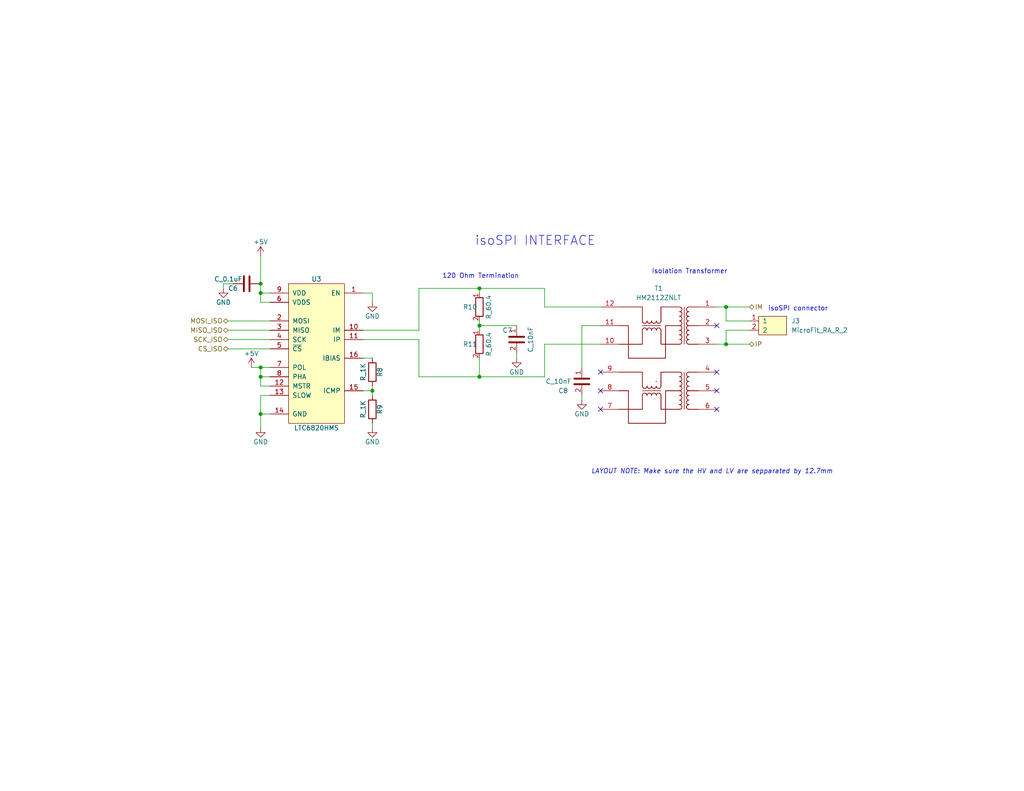
<source format=kicad_sch>
(kicad_sch (version 20211123) (generator eeschema)
  (paper "A")
  (title_block (title "BMS Core | isoSPI Interface") (date "2022-12-03") (rev "0") (company "Olin Electric Motorsports") (comment 1 "Melissa Kazazic"))
  (lib_symbols
    (symbol "formula:C_0.1uF" (pin_numbers hide) (pin_names (offset 0.254))
      (property "Reference" "C" (at 0.635 2.54 0))
      (property "Value" "C_0.1uF" (at 0.635 -2.54 0))
      (symbol "C_0.1uF_0_1"
        (polyline (pts (xy -2.032 -0.762) (xy 2.032 -0.762)) (stroke (width 0.508)))
        (polyline (pts (xy -2.032 0.762) (xy 2.032 0.762)) (stroke (width 0.508)))
      )
      (symbol "C_0.1uF_1_1"
        (pin passive line (at 0 3.81 270) (length 2.794) (name "~") (number "1"))
        (pin passive line (at 0 -3.81 90) (length 2.794) (name "~") (number "2"))
      )
    )
    (symbol "formula:C_10nF" (pin_names (offset 1.016))
      (property "Reference" "C" (at -2.54 2.54 0))
      (property "Value" "C_10nF" (at 3.81 0 90))
      (symbol "C_10nF_0_1"
        (polyline (pts (xy -2.032 -0.762) (xy 2.032 -0.762)) (stroke (width 0.508)))
        (polyline (pts (xy -2.032 0.762) (xy 2.032 0.762)) (stroke (width 0.508)))
      )
      (symbol "C_10nF_1_1"
        (pin passive line (at 0 3.81 270) (length 2.794) (name "~") (number "1"))
        (pin passive line (at 0 -3.81 90) (length 2.794) (name "~") (number "2"))
      )
    )
    (symbol "formula:HM2112ZNLT" (pin_names (offset 0.762))
      (property "Reference" "T" (at -5.08 27.94 0))
      (property "Value" "HM2112ZNLT" (at -5.08 25.4 0))
      (symbol "HM2112ZNLT_0_0"
        (pin passive line (at -17.78 21.59 0) (length 5.08) (name "") (number "1"))
        (pin passive line (at 13.97 11.43 180) (length 5.08) (name "") (number "10"))
        (pin passive line (at 13.97 16.51 180) (length 5.08) (name "") (number "11"))
        (pin passive line (at 13.97 21.59 180) (length 5.08) (name "") (number "12"))
        (pin passive line (at -17.78 16.51 0) (length 5.08) (name "") (number "2"))
        (pin passive line (at -17.78 11.43 0) (length 5.08) (name "") (number "3"))
        (pin passive line (at -17.78 3.81 0) (length 5.08) (name "") (number "4"))
        (pin passive line (at -17.78 -1.27 0) (length 5.08) (name "") (number "5"))
        (pin passive line (at -17.78 -6.35 0) (length 5.08) (name "") (number "6"))
        (pin passive line (at 13.97 -6.35 180) (length 5.08) (name "") (number "7"))
        (pin passive line (at 13.97 -1.27 180) (length 5.08) (name "") (number "8"))
        (pin passive line (at 13.97 3.81 180) (length 5.08) (name "") (number "9"))
      )
      (symbol "HM2112ZNLT_0_1"
        (arc (start -10.16 -6.35) (mid -9.525 -5.715) (end -10.16 -5.08))
        (arc (start -10.16 -6.35) (mid -9.525 -5.715) (end -10.16 -5.08))
        (arc (start -10.16 -5.08) (mid -9.525 -4.445) (end -10.16 -3.81))
        (arc (start -10.16 -5.08) (mid -9.525 -4.445) (end -10.16 -3.81))
        (arc (start -10.16 -3.81) (mid -9.525 -3.175) (end -10.16 -2.54))
        (arc (start -10.16 -3.81) (mid -9.525 -3.175) (end -10.16 -2.54))
        (arc (start -10.16 -2.54) (mid -9.525 -1.905) (end -10.16 -1.27))
        (arc (start -10.16 -2.54) (mid -9.525 -1.905) (end -10.16 -1.27))
        (arc (start -10.16 -1.27) (mid -9.525 -0.635) (end -10.16 0))
        (arc (start -10.16 -1.27) (mid -9.525 -0.635) (end -10.16 0))
        (arc (start -10.16 0) (mid -9.525 0.635) (end -10.16 1.27))
        (arc (start -10.16 0) (mid -9.525 0.635) (end -10.16 1.27))
        (arc (start -10.16 1.27) (mid -9.525 1.905) (end -10.16 2.54))
        (arc (start -10.16 1.27) (mid -9.525 1.905) (end -10.16 2.54))
        (arc (start -10.16 2.54) (mid -9.525 3.175) (end -10.16 3.81))
        (arc (start -10.16 2.54) (mid -9.525 3.175) (end -10.16 3.81))
        (arc (start -10.16 11.43) (mid -9.525 12.065) (end -10.16 12.7))
        (arc (start -10.16 11.43) (mid -9.525 12.065) (end -10.16 12.7))
        (arc (start -10.16 12.7) (mid -9.525 13.335) (end -10.16 13.97))
        (arc (start -10.16 12.7) (mid -9.525 13.335) (end -10.16 13.97))
        (arc (start -10.16 13.97) (mid -9.525 14.605) (end -10.16 15.24))
        (arc (start -10.16 13.97) (mid -9.525 14.605) (end -10.16 15.24))
        (arc (start -10.16 15.24) (mid -9.525 15.875) (end -10.16 16.51))
        (arc (start -10.16 15.24) (mid -9.525 15.875) (end -10.16 16.51))
        (arc (start -10.16 16.51) (mid -9.525 17.145) (end -10.16 17.78))
        (arc (start -10.16 16.51) (mid -9.525 17.145) (end -10.16 17.78))
        (arc (start -10.16 17.78) (mid -9.525 18.415) (end -10.16 19.05))
        (arc (start -10.16 17.78) (mid -9.525 18.415) (end -10.16 19.05))
        (arc (start -10.16 19.05) (mid -9.525 19.685) (end -10.16 20.32))
        (arc (start -10.16 19.05) (mid -9.525 19.685) (end -10.16 20.32))
        (arc (start -10.16 20.32) (mid -9.525 20.955) (end -10.16 21.59))
        (arc (start -10.16 20.32) (mid -9.525 20.955) (end -10.16 21.59))
        (arc (start -7.62 -5.08) (mid -8.255 -5.715) (end -7.62 -6.35))
        (arc (start -7.62 -5.08) (mid -8.255 -5.715) (end -7.62 -6.35))
        (arc (start -7.62 -3.81) (mid -8.255 -4.445) (end -7.62 -5.08))
        (arc (start -7.62 -3.81) (mid -8.255 -4.445) (end -7.62 -5.08))
        (arc (start -7.62 -2.54) (mid -8.255 -3.175) (end -7.62 -3.81))
        (arc (start -7.62 -2.54) (mid -8.255 -3.175) (end -7.62 -3.81))
        (arc (start -7.62 -1.27) (mid -8.255 -1.905) (end -7.62 -2.54))
        (arc (start -7.62 -1.27) (mid -8.255 -1.905) (end -7.62 -2.54))
        (arc (start -7.62 0) (mid -8.255 -0.635) (end -7.62 -1.27))
        (arc (start -7.62 0) (mid -8.255 -0.635) (end -7.62 -1.27))
        (arc (start -7.62 1.27) (mid -8.255 0.635) (end -7.62 0))
        (arc (start -7.62 1.27) (mid -8.255 0.635) (end -7.62 0))
        (arc (start -7.62 2.54) (mid -8.255 1.905) (end -7.62 1.27))
        (arc (start -7.62 2.54) (mid -8.255 1.905) (end -7.62 1.27))
        (arc (start -7.62 3.81) (mid -8.255 3.175) (end -7.62 2.54))
        (arc (start -7.62 3.81) (mid -8.255 3.175) (end -7.62 2.54))
        (arc (start -7.62 12.7) (mid -8.255 12.065) (end -7.62 11.43))
        (arc (start -7.62 12.7) (mid -8.255 12.065) (end -7.62 11.43))
        (arc (start -7.62 13.97) (mid -8.255 13.335) (end -7.62 12.7))
        (arc (start -7.62 13.97) (mid -8.255 13.335) (end -7.62 12.7))
        (arc (start -7.62 15.24) (mid -8.255 14.605) (end -7.62 13.97))
        (arc (start -7.62 15.24) (mid -8.255 14.605) (end -7.62 13.97))
        (arc (start -7.62 16.51) (mid -8.255 15.875) (end -7.62 15.24))
        (arc (start -7.62 16.51) (mid -8.255 15.875) (end -7.62 15.24))
        (arc (start -7.62 17.78) (mid -8.255 17.145) (end -7.62 16.51))
        (arc (start -7.62 17.78) (mid -8.255 17.145) (end -7.62 16.51))
        (arc (start -7.62 19.05) (mid -8.255 18.415) (end -7.62 17.78))
        (arc (start -7.62 19.05) (mid -8.255 18.415) (end -7.62 17.78))
        (arc (start -7.62 20.32) (mid -8.255 19.685) (end -7.62 19.05))
        (arc (start -7.62 20.32) (mid -8.255 19.685) (end -7.62 19.05))
        (arc (start -7.62 21.59) (mid -8.255 20.955) (end -7.62 20.32))
        (arc (start -7.62 21.59) (mid -8.255 20.955) (end -7.62 20.32))
        (arc (start -2.54 0) (mid -1.905 -0.635) (end -1.27 0))
        (arc (start -2.54 0) (mid -1.905 -0.635) (end -1.27 0))
        (arc (start -2.54 17.78) (mid -1.905 17.145) (end -1.27 17.78))
        (arc (start -2.54 17.78) (mid -1.905 17.145) (end -1.27 17.78))
        (arc (start -1.27 -2.54) (mid -1.905 -1.905) (end -2.54 -2.54))
        (arc (start -1.27 -2.54) (mid -1.905 -1.905) (end -2.54 -2.54))
        (arc (start -1.27 0) (mid -0.635 -0.635) (end 0 0))
        (arc (start -1.27 0) (mid -0.635 -0.635) (end 0 0))
        (circle (center -1.27 1.27) (radius 0.0001))
        (arc (start -1.27 15.24) (mid -1.905 15.875) (end -2.54 15.24))
        (arc (start -1.27 15.24) (mid -1.905 15.875) (end -2.54 15.24))
        (arc (start -1.27 17.78) (mid -0.635 17.145) (end 0 17.78))
        (arc (start -1.27 17.78) (mid -0.635 17.145) (end 0 17.78))
        (arc (start 0 -2.54) (mid -0.635 -1.905) (end -1.27 -2.54))
        (arc (start 0 -2.54) (mid -0.635 -1.905) (end -1.27 -2.54))
        (polyline (pts (xy -10.16 -6.35) (xy -12.7 -6.35)))
        (polyline (pts (xy -10.16 -6.35) (xy -12.7 -6.35)))
        (polyline (pts (xy -10.16 -1.27) (xy -12.7 -1.27)))
        (polyline (pts (xy -10.16 -1.27) (xy -12.7 -1.27)))
        (polyline (pts (xy -10.16 3.81) (xy -12.7 3.81)))
        (polyline (pts (xy -10.16 3.81) (xy -12.7 3.81)))
        (polyline (pts (xy -10.16 11.43) (xy -12.7 11.43)))
        (polyline (pts (xy -10.16 11.43) (xy -12.7 11.43)))
        (polyline (pts (xy -10.16 16.51) (xy -12.7 16.51)))
        (polyline (pts (xy -10.16 16.51) (xy -12.7 16.51)))
        (polyline (pts (xy -10.16 21.59) (xy -12.7 21.59)))
        (polyline (pts (xy -10.16 21.59) (xy -12.7 21.59)))
        (polyline (pts (xy -8.89 3.81) (xy -8.89 -6.35)))
        (polyline (pts (xy -8.89 21.59) (xy -8.89 11.43)))
        (polyline (pts (xy -2.54 -1.27) (xy 2.54 -1.27)))
        (polyline (pts (xy -2.54 1.27) (xy -2.54 0)))
        (polyline (pts (xy -2.54 1.27) (xy -2.54 0)))
        (polyline (pts (xy -2.54 16.51) (xy 2.54 16.51)))
        (polyline (pts (xy -2.54 19.05) (xy -2.54 17.78)))
        (polyline (pts (xy -2.54 19.05) (xy -2.54 17.78)))
        (polyline (pts (xy -7.62 -6.35) (xy -2.54 -6.35) (xy -2.54 -2.54)))
        (polyline (pts (xy -7.62 -6.35) (xy -2.54 -6.35) (xy -2.54 -2.54)))
        (polyline (pts (xy -7.62 3.81) (xy -2.54 3.81) (xy -2.54 1.27)))
        (polyline (pts (xy -7.62 3.81) (xy -2.54 3.81) (xy -2.54 1.27)))
        (polyline (pts (xy -7.62 11.43) (xy -2.54 11.43) (xy -2.54 15.24)))
        (polyline (pts (xy -7.62 11.43) (xy -2.54 11.43) (xy -2.54 15.24)))
        (polyline (pts (xy -7.62 21.59) (xy -2.54 21.59) (xy -2.54 19.05)))
        (polyline (pts (xy -7.62 21.59) (xy -2.54 21.59) (xy -2.54 19.05)))
        (polyline (pts (xy 2.54 -2.54) (xy 2.54 -6.35) (xy 8.89 -6.35)))
        (polyline (pts (xy 2.54 -2.54) (xy 2.54 -6.35) (xy 8.89 -6.35)))
        (polyline (pts (xy 2.54 0) (xy 2.54 3.81) (xy 8.89 3.81)))
        (polyline (pts (xy 2.54 0) (xy 2.54 3.81) (xy 8.89 3.81)))
        (polyline (pts (xy 2.54 15.24) (xy 2.54 11.43) (xy 8.89 11.43)))
        (polyline (pts (xy 2.54 15.24) (xy 2.54 11.43) (xy 8.89 11.43)))
        (polyline (pts (xy 2.54 17.78) (xy 2.54 21.59) (xy 8.89 21.59)))
        (polyline (pts (xy 2.54 17.78) (xy 2.54 21.59) (xy 8.89 21.59)))
        (polyline (pts (xy -7.62 -1.27) (xy -3.81 -1.27) (xy -3.81 -10.16) (xy 6.35 -10.16) (xy 6.35 -1.27) (xy 8.89 -1.27)))
        (polyline (pts (xy -7.62 -1.27) (xy -3.81 -1.27) (xy -3.81 -10.16) (xy 6.35 -10.16) (xy 6.35 -1.27) (xy 8.89 -1.27)))
        (polyline (pts (xy -7.62 16.51) (xy -3.81 16.51) (xy -3.81 7.62) (xy 6.35 7.62) (xy 6.35 16.51) (xy 8.89 16.51)))
        (polyline (pts (xy -7.62 16.51) (xy -3.81 16.51) (xy -3.81 7.62) (xy 6.35 7.62) (xy 6.35 16.51) (xy 8.89 16.51)))
        (arc (start 0 0) (mid 0.635 -0.635) (end 1.27 0))
        (arc (start 0 0) (mid 0.635 -0.635) (end 1.27 0))
        (arc (start 0 15.24) (mid -0.635 15.875) (end -1.27 15.24))
        (arc (start 0 15.24) (mid -0.635 15.875) (end -1.27 15.24))
        (arc (start 0 17.78) (mid 0.635 17.145) (end 1.27 17.78))
        (arc (start 0 17.78) (mid 0.635 17.145) (end 1.27 17.78))
        (arc (start 1.27 -2.54) (mid 0.635 -1.905) (end 0 -2.54))
        (arc (start 1.27 -2.54) (mid 0.635 -1.905) (end 0 -2.54))
        (arc (start 1.27 0) (mid 1.905 -0.635) (end 2.54 0))
        (arc (start 1.27 0) (mid 1.905 -0.635) (end 2.54 0))
        (arc (start 1.27 15.24) (mid 0.635 15.875) (end 0 15.24))
        (arc (start 1.27 15.24) (mid 0.635 15.875) (end 0 15.24))
        (arc (start 1.27 17.78) (mid 1.905 17.145) (end 2.54 17.78))
        (arc (start 1.27 17.78) (mid 1.905 17.145) (end 2.54 17.78))
        (arc (start 2.54 -2.54) (mid 1.905 -1.905) (end 1.27 -2.54))
        (arc (start 2.54 -2.54) (mid 1.905 -1.905) (end 1.27 -2.54))
        (arc (start 2.54 15.24) (mid 1.905 15.875) (end 1.27 15.24))
        (arc (start 2.54 15.24) (mid 1.905 15.875) (end 1.27 15.24))
      )
    )
    (symbol "formula:LTC6820HMS" (pin_names (offset 1.016))
      (property "Reference" "U" (at 0 19.05 0))
      (property "Value" "LTC6820HMS" (at 0 -21.59 0))
      (property "MFN" "DK" (at 2.54 21.59 0))
      (property "MPN" "LTC6820HMS#TRPBFCT-ND" (at 5.08 24.13 0))
      (property "PurchasingLink" "https://www.digikey.com/product-detail/en/linear-technology-analog-devices/LTC6820HMS-TRPBF/LTC6820HMS-TRPBFCT-ND/8275338" (at 7.62 26.67 0))
      (symbol "LTC6820HMS_0_1"
        (rectangle (start 7.62 17.78) (end -7.62 -20.32) (fill (type background)))
      )
      (symbol "LTC6820HMS_1_1"
        (pin input line (at 12.7 15.24 180) (length 5.08) (name "EN") (number "1"))
        (pin input line (at 12.7 5.08 180) (length 5.08) (name "IM") (number "10"))
        (pin input line (at 12.7 2.54 180) (length 5.08) (name "IP") (number "11"))
        (pin input line (at -12.7 -10.16 0) (length 5.08) (name "MSTR") (number "12"))
        (pin input line (at -12.7 -12.7 0) (length 5.08) (name "SLOW") (number "13"))
        (pin input line (at -12.7 -17.78 0) (length 5.08) (name "GND") (number "14"))
        (pin input line (at 12.7 -11.43 180) (length 5.08) (name "ICMP") (number "15"))
        (pin input line (at 12.7 -2.54 180) (length 5.08) (name "IBIAS") (number "16"))
        (pin input line (at -12.7 7.62 0) (length 5.08) (name "MOSI") (number "2"))
        (pin input line (at -12.7 5.08 0) (length 5.08) (name "MISO") (number "3"))
        (pin input line (at -12.7 2.54 0) (length 5.08) (name "SCK") (number "4"))
        (pin input line (at -12.7 0 0) (length 5.08) (name "~{CS}") (number "5"))
        (pin input line (at -12.7 12.7 0) (length 5.08) (name "VDDS") (number "6"))
        (pin input line (at -12.7 -5.08 0) (length 5.08) (name "POL") (number "7"))
        (pin input line (at -12.7 -7.62 0) (length 5.08) (name "PHA") (number "8"))
        (pin input line (at -12.7 15.24 0) (length 5.08) (name "VDD") (number "9"))
      )
    )
    (symbol "formula:MicroFit_RA_R_2" (pin_names (offset 1.016))
      (property "Reference" "J" (at -2.54 1.27 0))
      (property "Value" "MicroFit_RA_R_2" (at 0 -3.81 0))
      (symbol "MicroFit_RA_R_2_1_1"
        (rectangle (start 3.81 -2.54) (end -3.81 2.54) (fill (type background)))
        (pin bidirectional line (at 6.35 1.27 180) (length 2.54) (name "1") (number "1"))
        (pin bidirectional line (at 6.35 -1.27 180) (length 2.54) (name "2") (number "2"))
      )
    )
    (symbol "formula:R_1K" (pin_numbers hide) (pin_names (offset 0))
      (property "Reference" "R" (at 2.032 0 90))
      (property "Value" "R_1K" (at -2.54 0 90))
      (symbol "R_1K_0_1"
        (rectangle (start -1.016 -2.54) (end 1.016 2.54) (stroke (width 0.254)))
      )
      (symbol "R_1K_1_1"
        (pin passive line (at 0 3.81 270) (length 1.27) (name "~") (number "1"))
        (pin passive line (at 0 -3.81 90) (length 1.27) (name "~") (number "2"))
      )
    )
    (symbol "formula:R_3.01K" (pin_numbers hide) (pin_names (offset 0))
      (property "Reference" "R" (at 2.032 0 90))
      (property "Value" "R_3.01K" (at -2.54 0 90))
      (symbol "R_3.01K_0_1"
        (rectangle (start -1.016 -2.54) (end 1.016 2.54) (stroke (width 0.254)))
      )
      (symbol "R_3.01K_1_1"
        (pin passive line (at 0 3.81 270) (length 1.27) (name "~") (number "1"))
        (pin passive line (at 0 -3.81 90) (length 1.27) (name "~") (number "2"))
      )
    )
    (symbol "formula:R_60.4" (pin_names (offset 1.016))
      (property "Reference" "R" (at -2.54 0 0))
      (property "Value" "R_60.4" (at 2.54 0 90))
      (symbol "R_60.4_0_1"
        (rectangle (start -1.016 -2.54) (end 1.016 2.54) (stroke (width 0.254)))
      )
      (symbol "R_60.4_1_1"
        (pin passive line (at 0 3.81 270) (length 1.27) (name "~") (number "1"))
        (pin passive line (at 0 -3.81 90) (length 1.27) (name "~") (number "2"))
      )
    )
    (symbol "power:+5V" (power) (pin_names (offset 0))
      (property "Value" "+5V" (at 0 3.556 0))
      (symbol "+5V_0_1"
        (polyline (pts (xy -0.762 1.27) (xy 0 2.54)))
        (polyline (pts (xy 0 0) (xy 0 2.54)))
        (polyline (pts (xy 0 2.54) (xy 0.762 1.27)))
      )
      (symbol "+5V_1_1"
        (pin power_in line (at 0 0 90) (length 0) hide (name "+5V") (number "1"))
      )
    )
    (symbol "power:GND" (power) (pin_names (offset 0))
      (property "Value" "GND" (at 0 -3.81 0))
      (symbol "GND_0_1"
        (polyline (pts (xy 0 0) (xy 0 -1.27) (xy 1.27 -1.27) (xy 0 -2.54) (xy -1.27 -1.27) (xy 0 -1.27)))
      )
      (symbol "GND_1_1"
        (pin power_in line (at 0 0 270) (length 0) hide (name "GND") (number "1"))
      )
    )
  )
  (junction (at 130.81 88.9))
  (junction (at 198.12 83.82))
  (junction (at 198.12 93.98))
  (junction (at 130.81 78.74))
  (junction (at 71.12 102.87))
  (junction (at 71.12 80.01))
  (junction (at 130.81 102.87))
  (junction (at 71.12 100.33))
  (junction (at 71.12 113.03))
  (junction (at 101.6 106.68))
  (junction (at 71.12 77.47))
  (no_connect (at 195.58 111.76))
  (no_connect (at 195.58 106.68))
  (no_connect (at 163.83 111.76))
  (no_connect (at 195.58 101.6))
  (no_connect (at 163.83 101.6))
  (no_connect (at 163.83 106.68))
  (no_connect (at 195.58 88.9))
  (wire (pts (xy 148.59 93.98) (xy 163.83 93.98)))
  (wire (pts (xy 198.12 93.98) (xy 204.47 93.98)))
  (wire (pts (xy 71.12 113.03) (xy 71.12 116.84)))
  (wire (pts (xy 73.66 113.03) (xy 71.12 113.03)))
  (wire (pts (xy 114.3 90.17) (xy 114.3 78.74)))
  (wire (pts (xy 101.6 106.68) (xy 99.06 106.68)))
  (wire (pts (xy 73.66 102.87) (xy 71.12 102.87)))
  (wire (pts (xy 198.12 93.98) (xy 198.12 90.17)))
  (wire (pts (xy 158.75 107.95) (xy 158.75 109.22)))
  (wire (pts (xy 101.6 80.01) (xy 99.06 80.01)))
  (wire (pts (xy 158.75 88.9) (xy 158.75 100.33)))
  (wire (pts (xy 71.12 82.55) (xy 71.12 80.01)))
  (wire (pts (xy 130.81 87.63) (xy 130.81 88.9)))
  (wire (pts (xy 101.6 107.95) (xy 101.6 106.68)))
  (wire (pts (xy 73.66 82.55) (xy 71.12 82.55)))
  (wire (pts (xy 73.66 107.95) (xy 71.12 107.95)))
  (wire (pts (xy 148.59 83.82) (xy 163.83 83.82)))
  (wire (pts (xy 198.12 83.82) (xy 204.47 83.82)))
  (wire (pts (xy 198.12 87.63) (xy 204.47 87.63)))
  (wire (pts (xy 63.5 77.47) (xy 60.96 77.47)))
  (wire (pts (xy 130.81 97.79) (xy 130.81 102.87)))
  (wire (pts (xy 130.81 88.9) (xy 140.97 88.9)))
  (wire (pts (xy 198.12 83.82) (xy 198.12 87.63)))
  (wire (pts (xy 71.12 107.95) (xy 71.12 113.03)))
  (wire (pts (xy 101.6 82.55) (xy 101.6 80.01)))
  (wire (pts (xy 148.59 78.74) (xy 130.81 78.74)))
  (wire (pts (xy 73.66 100.33) (xy 71.12 100.33)))
  (wire (pts (xy 114.3 102.87) (xy 114.3 92.71)))
  (wire (pts (xy 198.12 90.17) (xy 204.47 90.17)))
  (wire (pts (xy 114.3 92.71) (xy 99.06 92.71)))
  (wire (pts (xy 68.58 100.33) (xy 71.12 100.33)))
  (wire (pts (xy 73.66 90.17) (xy 62.23 90.17)))
  (wire (pts (xy 101.6 106.68) (xy 101.6 105.41)))
  (wire (pts (xy 130.81 102.87) (xy 114.3 102.87)))
  (wire (pts (xy 130.81 88.9) (xy 130.81 90.17)))
  (wire (pts (xy 198.12 93.98) (xy 195.58 93.98)))
  (wire (pts (xy 71.12 69.85) (xy 71.12 77.47)))
  (wire (pts (xy 101.6 97.79) (xy 99.06 97.79)))
  (wire (pts (xy 71.12 80.01) (xy 71.12 77.47)))
  (wire (pts (xy 73.66 105.41) (xy 71.12 105.41)))
  (wire (pts (xy 140.97 96.52) (xy 140.97 97.79)))
  (wire (pts (xy 71.12 102.87) (xy 71.12 100.33)))
  (wire (pts (xy 114.3 78.74) (xy 130.81 78.74)))
  (wire (pts (xy 198.12 83.82) (xy 195.58 83.82)))
  (wire (pts (xy 130.81 102.87) (xy 148.59 102.87)))
  (wire (pts (xy 60.96 77.47) (xy 60.96 78.74)))
  (wire (pts (xy 73.66 87.63) (xy 62.23 87.63)))
  (wire (pts (xy 163.83 88.9) (xy 158.75 88.9)))
  (wire (pts (xy 101.6 115.57) (xy 101.6 116.84)))
  (wire (pts (xy 73.66 92.71) (xy 62.23 92.71)))
  (wire (pts (xy 99.06 90.17) (xy 114.3 90.17)))
  (wire (pts (xy 71.12 105.41) (xy 71.12 102.87)))
  (wire (pts (xy 148.59 83.82) (xy 148.59 78.74)))
  (wire (pts (xy 130.81 78.74) (xy 130.81 80.01)))
  (wire (pts (xy 73.66 80.01) (xy 71.12 80.01)))
  (wire (pts (xy 62.23 95.25) (xy 73.66 95.25)))
  (wire (pts (xy 148.59 102.87) (xy 148.59 93.98)))
  (text "isoSPI INTERFACE" (at 129.54 67.31 0) (effects (font (size 2.4892 2.4892)) (justify left bottom)))
  (text "isoSPI connector" (at 209.55 85.09 0) (effects (font (size 1.27 1.27)) (justify left bottom)))
  (text "Isolation Transformer" (at 177.8 74.93 0) (effects (font (size 1.27 1.27)) (justify left bottom)))
  (text "LAYOUT NOTE: Make sure the HV and LV are sepparated by 12.7mm" (at 161.29 129.54 0) (effects (font (size 1.27 1.27) italic) (justify left bottom)))
  (text "120 Ohm Termination" (at 120.65 76.2 0) (effects (font (size 1.27 1.27)) (justify left bottom)))
  (hierarchical_label "MOSI_ISO" (shape bidirectional) (at 62.23 87.63 180))
  (hierarchical_label "MISO_ISO" (shape bidirectional) (at 62.23 90.17 180))
  (hierarchical_label "CS_ISO" (shape bidirectional) (at 62.23 95.25 180))
  (hierarchical_label "SCK_ISO" (shape bidirectional) (at 62.23 92.71 180))
  (hierarchical_label "IP" (shape bidirectional) (at 204.47 93.98 0))
  (hierarchical_label "IM" (shape bidirectional) (at 204.47 83.82 0))
  (symbol (lib_id "formula:HM2112ZNLT") (at 177.8 105.41 0) (mirror y) (unit 1)
    (property "Reference" "T1" (at 179.705 78.74 0))
    (property "Value" "HM2112ZNLT" (at 179.705 81.28 0))
    (property "Footprint" "footprints:HM2112ZNLT" (effects hide))
    (property "Datasheet" "https://productfinder.pulseeng.com/doc_type/WEB301/doc_num/HM2112ZNL/doc_part/HM2112ZNL.pdf" (effects hide))
    (property "Description" "Telecom Transformer 1:1 0.45Ohm Prim. DCR 0.85Ohm Sec. DCR 12Term. Gull Wing SMD" (effects hide))
    (property "Purchasing_Link" "https://www.digikey.com/en/products/detail/HM2112ZNLT/553-HM2112ZNLTDKR-ND/8021487" (effects hide))
  )
  (symbol (lib_id "power:+5V") (at 71.12 69.85 0) (unit 1)
    (property "Reference" "#PWR?" (effects hide))
    (property "Value" "+5V" (at 71.12 66.04 0))
  )
  (symbol (lib_id "power:GND") (at 140.97 97.79 0) (unit 1)
    (property "Reference" "#PWR?" (effects hide))
    (property "Value" "GND" (at 140.97 101.6 0))
  )
  (symbol (lib_id "formula:R_3.01K") (at 101.6 101.6 0) (unit 1)
    (property "Reference" "R8" (at 103.632 101.6 90))
    (property "Value" "R_1K" (at 99.06 101.6 90))
    (property "Footprint" "OEM:R_0603" (effects hide))
    (property "Datasheet" "http://www.yageo.com.tw/exep/pages/download/literatures/PYu-R_INT-thick_7.pdf" (effects hide))
    (property "MFN" "DK" (effects hide))
    (property "MPN" "311-3.01KCRCT-ND" (effects hide))
    (property "PurchasingLink" "https://www.digikey.com/products/en?keywords=311-3.01KCRCT-ND" (effects hide))
  )
  (symbol (lib_id "power:GND") (at 101.6 82.55 0) (unit 1)
    (property "Reference" "#PWR?" (effects hide))
    (property "Value" "GND" (at 101.6 86.36 0))
  )
  (symbol (lib_id "power:GND") (at 71.12 116.84 0) (unit 1)
    (property "Reference" "#PWR?" (effects hide))
    (property "Value" "GND" (at 71.12 120.65 0))
  )
  (symbol (lib_id "formula:R_60.4") (at 130.81 93.98 0) (unit 1)
    (property "Reference" "R11" (at 128.27 93.98 0))
    (property "Value" "R_60.4" (at 133.35 93.98 90))
    (property "Footprint" "OEM:R_0603" (effects hide))
    (property "Datasheet" "https://industrial.panasonic.com/cdbs/www-data/pdf/RDM0000/AOA0000C307.pdf" (effects hide))
    (property "MFN" "DK" (effects hide))
    (property "MPN" "P60.4DACT-ND" (effects hide))
    (property "PurchasingLink" "https://www.digikey.com/product-detail/en/panasonic-electronic-components/ERA-6AEB60R4V/P60.4DACT-ND/3075204" (effects hide))
  )
  (symbol (lib_id "formula:C_10nF") (at 158.75 104.14 0) (unit 1)
    (property "Reference" "C8" (at 153.67 106.68 0))
    (property "Value" "C_10nF" (at 152.4 104.14 0))
    (property "Footprint" "OEM:C_0603" (effects hide))
    (property "Datasheet" "http://www.samsungsem.com/kr/support/product-search/mlcc/__icsFiles/afieldfile/2018/07/23/CL21B103KBANNNC.pdf" (effects hide))
    (property "MFN" "DK" (effects hide))
    (property "MPN" "1276-1015-1-ND" (effects hide))
    (property "PurchasingLink" "https://www.digikey.com/product-detail/en/samsung-electro-mechanics/CL21B103KBANNNC/1276-1015-1-ND/3889101" (effects hide))
  )
  (symbol (lib_id "formula:LTC6820HMS") (at 86.36 95.25 0) (unit 1)
    (property "Reference" "U3" (at 86.36 76.2 0))
    (property "Value" "LTC6820HMS" (at 86.36 116.84 0))
    (property "Footprint" "Package_SO:MSOP-16_3x4mm_P0.5mm" (effects hide))
    (property "Datasheet" "https://www.analog.com/media/en/technical-documentation/data-sheets/6820fb.pdf" (effects hide))
    (property "MFN" "DK" (effects hide))
    (property "MPN" "LTC6820HMS#TRPBFCT-ND" (effects hide))
    (property "PurchasingLink" "https://www.digikey.com/product-detail/en/linear-technology-analog-devices/LTC6820HMS-TRPBF/LTC6820HMS-TRPBFCT-ND/8275338" (effects hide))
  )
  (symbol (lib_id "formula:C_10nF") (at 140.97 92.71 0) (unit 1)
    (property "Reference" "C7" (at 138.43 90.17 0))
    (property "Value" "C_10nF" (at 144.78 92.71 90))
    (property "Footprint" "OEM:C_0603" (effects hide))
    (property "Datasheet" "http://www.samsungsem.com/kr/support/product-search/mlcc/__icsFiles/afieldfile/2018/07/23/CL21B103KBANNNC.pdf" (effects hide))
    (property "MFN" "DK" (effects hide))
    (property "MPN" "1276-1015-1-ND" (effects hide))
    (property "PurchasingLink" "https://www.digikey.com/product-detail/en/samsung-electro-mechanics/CL21B103KBANNNC/1276-1015-1-ND/3889101" (effects hide))
  )
  (symbol (lib_id "power:GND") (at 158.75 109.22 0) (unit 1)
    (property "Reference" "#PWR?" (effects hide))
    (property "Value" "GND" (at 158.75 113.03 0))
  )
  (symbol (lib_id "formula:R_60.4") (at 130.81 83.82 0) (unit 1)
    (property "Reference" "R10" (at 128.27 83.82 0))
    (property "Value" "R_60.4" (at 133.35 83.82 90))
    (property "Footprint" "OEM:R_0603" (effects hide))
    (property "Datasheet" "https://industrial.panasonic.com/cdbs/www-data/pdf/RDM0000/AOA0000C307.pdf" (effects hide))
    (property "MFN" "DK" (effects hide))
    (property "MPN" "P60.4DACT-ND" (effects hide))
    (property "PurchasingLink" "https://www.digikey.com/product-detail/en/panasonic-electronic-components/ERA-6AEB60R4V/P60.4DACT-ND/3075204" (effects hide))
  )
  (symbol (lib_id "power:+5V") (at 68.58 100.33 0) (unit 1)
    (property "Reference" "#PWR?" (effects hide))
    (property "Value" "+5V" (at 68.58 96.52 0))
  )
  (symbol (lib_id "power:GND") (at 101.6 116.84 0) (unit 1)
    (property "Reference" "#PWR?" (effects hide))
    (property "Value" "GND" (at 101.6 120.65 0))
  )
  (symbol (lib_id "formula:MicroFit_RA_R_2") (at 210.82 88.9 0) (mirror y) (unit 1)
    (property "Reference" "J3" (at 215.9 87.6299 0) (effects (justify right)))
    (property "Value" "MicroFit_RA_R_2" (at 215.9 90.1699 0) (effects (justify right)))
    (property "Footprint" "footprints:MicroFit_RA_2" (effects hide))
    (property "Datasheet" "https://www.molex.com/pdm_docs/sd/436500201_sd.pdf" (effects hide))
    (property "MFN" "DK" (effects hide))
    (property "MPN" "WM1865-ND" (effects hide))
    (property "PurchasingLink" "https://www.digikey.com/product-detail/en/molex/0436500201/WM1865-ND/268994" (effects hide))
  )
  (symbol (lib_id "formula:R_1K") (at 101.6 111.76 0) (unit 1)
    (property "Reference" "R9" (at 103.632 111.76 90))
    (property "Value" "R_1K" (at 99.06 111.76 90))
    (property "Footprint" "OEM:R_0603" (effects hide))
    (property "Datasheet" "https://www.seielect.com/Catalog/SEI-rncp.pdf" (effects hide))
    (property "MFN" "DK" (effects hide))
    (property "MPN" "RNCP0805FTD1K00CT-ND" (effects hide))
    (property "PurchasingLink" "https://www.digikey.com/products/en?keywords=RNCP0805FTD1K00CT-ND" (effects hide))
  )
  (symbol (lib_id "power:GND") (at 60.96 78.74 0) (mirror y) (unit 1)
    (property "Reference" "#PWR?" (effects hide))
    (property "Value" "GND" (at 60.96 82.55 0))
  )
  (symbol (lib_id "formula:C_0.1uF") (at 67.31 77.47 270) (mirror x) (unit 1)
    (property "Reference" "C6" (at 62.23 78.74 90) (effects (justify left)))
    (property "Value" "C_0.1uF" (at 58.42 76.2 90) (effects (justify left)))
    (property "Footprint" "OEM:C_0603" (effects hide))
    (property "Datasheet" "http://datasheets.avx.com/X7RDielectric.pdf" (effects hide))
    (property "MPN" "478-3352-1-ND" (effects hide))
    (property "MFN" "Digi-Key" (effects hide))
    (property "Package" "Value" (effects hide))
    (property "PurchasingLink" "https://www.digikey.com/products/en?keywords=478-3352-1-ND" (effects hide))
  )
)
</source>
